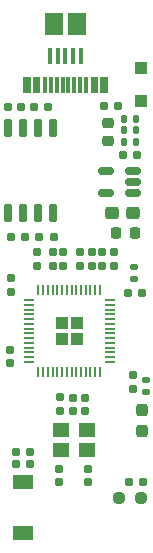
<source format=gbr>
G04 #@! TF.GenerationSoftware,KiCad,Pcbnew,(5.99.0-12085-gf4905cb1ae)*
G04 #@! TF.CreationDate,2021-08-26T19:19:28+05:30*
G04 #@! TF.ProjectId,Mitayi-Pico-RP2040,4d697461-7969-42d5-9069-636f2d525032,0.2*
G04 #@! TF.SameCoordinates,Original*
G04 #@! TF.FileFunction,Paste,Top*
G04 #@! TF.FilePolarity,Positive*
%FSLAX46Y46*%
G04 Gerber Fmt 4.6, Leading zero omitted, Abs format (unit mm)*
G04 Created by KiCad (PCBNEW (5.99.0-12085-gf4905cb1ae)) date 2021-08-26 19:19:28*
%MOMM*%
%LPD*%
G01*
G04 APERTURE LIST*
G04 Aperture macros list*
%AMRoundRect*
0 Rectangle with rounded corners*
0 $1 Rounding radius*
0 $2 $3 $4 $5 $6 $7 $8 $9 X,Y pos of 4 corners*
0 Add a 4 corners polygon primitive as box body*
4,1,4,$2,$3,$4,$5,$6,$7,$8,$9,$2,$3,0*
0 Add four circle primitives for the rounded corners*
1,1,$1+$1,$2,$3*
1,1,$1+$1,$4,$5*
1,1,$1+$1,$6,$7*
1,1,$1+$1,$8,$9*
0 Add four rect primitives between the rounded corners*
20,1,$1+$1,$2,$3,$4,$5,0*
20,1,$1+$1,$4,$5,$6,$7,0*
20,1,$1+$1,$6,$7,$8,$9,0*
20,1,$1+$1,$8,$9,$2,$3,0*%
G04 Aperture macros list end*
%ADD10RoundRect,0.135000X-0.185000X0.135000X-0.185000X-0.135000X0.185000X-0.135000X0.185000X0.135000X0*%
%ADD11RoundRect,0.237500X0.237500X-0.300000X0.237500X0.300000X-0.237500X0.300000X-0.237500X-0.300000X0*%
%ADD12RoundRect,0.155000X-0.155000X0.212500X-0.155000X-0.212500X0.155000X-0.212500X0.155000X0.212500X0*%
%ADD13RoundRect,0.155000X0.155000X-0.212500X0.155000X0.212500X-0.155000X0.212500X-0.155000X-0.212500X0*%
%ADD14RoundRect,0.237500X-0.250000X-0.237500X0.250000X-0.237500X0.250000X0.237500X-0.250000X0.237500X0*%
%ADD15RoundRect,0.135000X0.135000X0.185000X-0.135000X0.185000X-0.135000X-0.185000X0.135000X-0.185000X0*%
%ADD16RoundRect,0.225000X0.250000X-0.225000X0.250000X0.225000X-0.250000X0.225000X-0.250000X-0.225000X0*%
%ADD17RoundRect,0.155000X0.212500X0.155000X-0.212500X0.155000X-0.212500X-0.155000X0.212500X-0.155000X0*%
%ADD18RoundRect,0.160000X-0.197500X-0.160000X0.197500X-0.160000X0.197500X0.160000X-0.197500X0.160000X0*%
%ADD19RoundRect,0.160000X0.197500X0.160000X-0.197500X0.160000X-0.197500X-0.160000X0.197500X-0.160000X0*%
%ADD20RoundRect,0.160000X-0.160000X0.197500X-0.160000X-0.197500X0.160000X-0.197500X0.160000X0.197500X0*%
%ADD21RoundRect,0.155000X-0.212500X-0.155000X0.212500X-0.155000X0.212500X0.155000X-0.212500X0.155000X0*%
%ADD22R,1.400000X1.200000*%
%ADD23RoundRect,0.250000X-0.292217X-0.292217X0.292217X-0.292217X0.292217X0.292217X-0.292217X0.292217X0*%
%ADD24RoundRect,0.050000X-0.387500X-0.050000X0.387500X-0.050000X0.387500X0.050000X-0.387500X0.050000X0*%
%ADD25RoundRect,0.050000X-0.050000X-0.387500X0.050000X-0.387500X0.050000X0.387500X-0.050000X0.387500X0*%
%ADD26RoundRect,0.150000X0.150000X-0.650000X0.150000X0.650000X-0.150000X0.650000X-0.150000X-0.650000X0*%
%ADD27RoundRect,0.135000X-0.135000X-0.185000X0.135000X-0.185000X0.135000X0.185000X-0.135000X0.185000X0*%
%ADD28RoundRect,0.225000X-0.225000X-0.250000X0.225000X-0.250000X0.225000X0.250000X-0.225000X0.250000X0*%
%ADD29R,0.300000X1.450000*%
%ADD30R,1.100000X1.100000*%
%ADD31R,0.400000X1.350000*%
%ADD32R,1.500000X1.900000*%
%ADD33R,1.700000X1.150000*%
%ADD34RoundRect,0.250000X-0.312500X-0.275000X0.312500X-0.275000X0.312500X0.275000X-0.312500X0.275000X0*%
%ADD35RoundRect,0.150000X0.512500X0.150000X-0.512500X0.150000X-0.512500X-0.150000X0.512500X-0.150000X0*%
G04 APERTURE END LIST*
D10*
X156300000Y-96500000D03*
X156300000Y-97520000D03*
D11*
X156030000Y-100812500D03*
X156030000Y-99087500D03*
D12*
X148990000Y-104012500D03*
X148990000Y-105147500D03*
D13*
X144930000Y-89057500D03*
X144930000Y-87922500D03*
D14*
X154077500Y-106500000D03*
X155902500Y-106500000D03*
D15*
X155480000Y-76400000D03*
X154460000Y-76400000D03*
D16*
X153090000Y-76285000D03*
X153090000Y-74735000D03*
D12*
X144800000Y-93952500D03*
X144800000Y-95087500D03*
D13*
X153605000Y-86837500D03*
X153605000Y-85702500D03*
D17*
X146477500Y-103660000D03*
X145342500Y-103660000D03*
D18*
X147302500Y-84370000D03*
X148497500Y-84370000D03*
D19*
X156067500Y-105140000D03*
X154872500Y-105140000D03*
D20*
X149020000Y-97982500D03*
X149020000Y-99177500D03*
D21*
X154812500Y-89170000D03*
X155947500Y-89170000D03*
D22*
X149100000Y-102450000D03*
X151300000Y-102450000D03*
X151300000Y-100750000D03*
X149100000Y-100750000D03*
D23*
X149182500Y-91732500D03*
X150457500Y-93007500D03*
X150457500Y-91732500D03*
X149182500Y-93007500D03*
D24*
X146382500Y-89770000D03*
X146382500Y-90170000D03*
X146382500Y-90570000D03*
X146382500Y-90970000D03*
X146382500Y-91370000D03*
X146382500Y-91770000D03*
X146382500Y-92170000D03*
X146382500Y-92570000D03*
X146382500Y-92970000D03*
X146382500Y-93370000D03*
X146382500Y-93770000D03*
X146382500Y-94170000D03*
X146382500Y-94570000D03*
X146382500Y-94970000D03*
D25*
X147220000Y-95807500D03*
X147620000Y-95807500D03*
X148020000Y-95807500D03*
X148420000Y-95807500D03*
X148820000Y-95807500D03*
X149220000Y-95807500D03*
X149620000Y-95807500D03*
X150020000Y-95807500D03*
X150420000Y-95807500D03*
X150820000Y-95807500D03*
X151220000Y-95807500D03*
X151620000Y-95807500D03*
X152020000Y-95807500D03*
X152420000Y-95807500D03*
D24*
X153257500Y-94970000D03*
X153257500Y-94570000D03*
X153257500Y-94170000D03*
X153257500Y-93770000D03*
X153257500Y-93370000D03*
X153257500Y-92970000D03*
X153257500Y-92570000D03*
X153257500Y-92170000D03*
X153257500Y-91770000D03*
X153257500Y-91370000D03*
X153257500Y-90970000D03*
X153257500Y-90570000D03*
X153257500Y-90170000D03*
X153257500Y-89770000D03*
D25*
X152420000Y-88932500D03*
X152020000Y-88932500D03*
X151620000Y-88932500D03*
X151220000Y-88932500D03*
X150820000Y-88932500D03*
X150420000Y-88932500D03*
X150020000Y-88932500D03*
X149620000Y-88932500D03*
X149220000Y-88932500D03*
X148820000Y-88932500D03*
X148420000Y-88932500D03*
X148020000Y-88932500D03*
X147620000Y-88932500D03*
X147220000Y-88932500D03*
D20*
X150725000Y-85652500D03*
X150725000Y-86847500D03*
D13*
X147125000Y-86837500D03*
X147125000Y-85702500D03*
D12*
X150150000Y-98002500D03*
X150150000Y-99137500D03*
D26*
X144655000Y-82350000D03*
X145925000Y-82350000D03*
X147195000Y-82350000D03*
X148465000Y-82350000D03*
X148465000Y-75150000D03*
X147195000Y-75150000D03*
X145925000Y-75150000D03*
X144655000Y-75150000D03*
D13*
X149320000Y-86842500D03*
X149320000Y-85707500D03*
D18*
X144872500Y-84370000D03*
X146067500Y-84370000D03*
D13*
X152630000Y-86827500D03*
X152630000Y-85692500D03*
D21*
X144642500Y-73400000D03*
X145777500Y-73400000D03*
D27*
X154440000Y-75370000D03*
X155460000Y-75370000D03*
D18*
X145312500Y-102600000D03*
X146507500Y-102600000D03*
D12*
X151170000Y-98002500D03*
X151170000Y-99137500D03*
X155200000Y-96122500D03*
X155200000Y-97257500D03*
D28*
X153815000Y-84080000D03*
X155365000Y-84080000D03*
D29*
X152910000Y-71530000D03*
X152110000Y-71530000D03*
X150760000Y-71530000D03*
X149760000Y-71530000D03*
X149260000Y-71530000D03*
X148260000Y-71530000D03*
X146910000Y-71530000D03*
X146110000Y-71530000D03*
X146410000Y-71530000D03*
X147210000Y-71530000D03*
X147760000Y-71530000D03*
X148760000Y-71530000D03*
X150260000Y-71530000D03*
X151260000Y-71530000D03*
X151810000Y-71530000D03*
X152610000Y-71530000D03*
D21*
X154402500Y-77460000D03*
X155537500Y-77460000D03*
D27*
X154440000Y-74400000D03*
X155460000Y-74400000D03*
D19*
X148047500Y-73400000D03*
X146852500Y-73400000D03*
D30*
X155900000Y-72900000D03*
X155900000Y-70100000D03*
D31*
X150810000Y-69062500D03*
X150160000Y-69062500D03*
X149510000Y-69062500D03*
X148860000Y-69062500D03*
X148210000Y-69062500D03*
D32*
X150510000Y-66362500D03*
X148510000Y-66362500D03*
D33*
X145900000Y-105125000D03*
X145900000Y-109475000D03*
D12*
X151430000Y-104022500D03*
X151430000Y-105157500D03*
D13*
X148420000Y-86837500D03*
X148420000Y-85702500D03*
D20*
X151725000Y-85652500D03*
X151725000Y-86847500D03*
D34*
X153447500Y-82400000D03*
X155222500Y-82400000D03*
D10*
X155350000Y-86930000D03*
X155350000Y-87950000D03*
D18*
X152802500Y-73300000D03*
X153997500Y-73300000D03*
D35*
X155187500Y-80720000D03*
X155187500Y-79770000D03*
X155187500Y-78820000D03*
X152912500Y-78820000D03*
X152912500Y-80720000D03*
M02*

</source>
